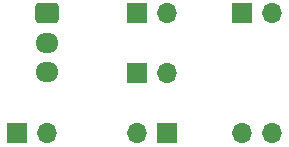
<source format=gbr>
%TF.GenerationSoftware,KiCad,Pcbnew,7.0.1*%
%TF.CreationDate,2025-05-23T00:35:03+09:00*%
%TF.ProjectId,independent_steering,696e6465-7065-46e6-9465-6e745f737465,rev?*%
%TF.SameCoordinates,Original*%
%TF.FileFunction,Copper,L2,Bot*%
%TF.FilePolarity,Positive*%
%FSLAX46Y46*%
G04 Gerber Fmt 4.6, Leading zero omitted, Abs format (unit mm)*
G04 Created by KiCad (PCBNEW 7.0.1) date 2025-05-23 00:35:03*
%MOMM*%
%LPD*%
G01*
G04 APERTURE LIST*
G04 Aperture macros list*
%AMRoundRect*
0 Rectangle with rounded corners*
0 $1 Rounding radius*
0 $2 $3 $4 $5 $6 $7 $8 $9 X,Y pos of 4 corners*
0 Add a 4 corners polygon primitive as box body*
4,1,4,$2,$3,$4,$5,$6,$7,$8,$9,$2,$3,0*
0 Add four circle primitives for the rounded corners*
1,1,$1+$1,$2,$3*
1,1,$1+$1,$4,$5*
1,1,$1+$1,$6,$7*
1,1,$1+$1,$8,$9*
0 Add four rect primitives between the rounded corners*
20,1,$1+$1,$2,$3,$4,$5,0*
20,1,$1+$1,$4,$5,$6,$7,0*
20,1,$1+$1,$6,$7,$8,$9,0*
20,1,$1+$1,$8,$9,$2,$3,0*%
G04 Aperture macros list end*
%TA.AperFunction,ComponentPad*%
%ADD10RoundRect,0.250000X-0.725000X0.600000X-0.725000X-0.600000X0.725000X-0.600000X0.725000X0.600000X0*%
%TD*%
%TA.AperFunction,ComponentPad*%
%ADD11O,1.950000X1.700000*%
%TD*%
%TA.AperFunction,ComponentPad*%
%ADD12R,1.700000X1.700000*%
%TD*%
%TA.AperFunction,ComponentPad*%
%ADD13O,1.700000X1.700000*%
%TD*%
G04 APERTURE END LIST*
D10*
%TO.P,J1,1,Pin_1*%
%TO.N,+5V*%
X124460000Y-86360000D03*
D11*
%TO.P,J1,2,Pin_2*%
%TO.N,GND*%
X124460000Y-88860000D03*
%TO.P,J1,3,Pin_3*%
%TO.N,OUT*%
X124460000Y-91360000D03*
%TD*%
D12*
%TO.P,R3,1*%
%TO.N,Net-(U1-E)*%
X134620000Y-96520000D03*
D13*
%TO.P,R3,2*%
%TO.N,Net-(D1-A)*%
X132080000Y-96520000D03*
%TD*%
D12*
%TO.P,R2,1*%
%TO.N,OUT*%
X132080000Y-91440000D03*
D13*
%TO.P,R2,2*%
%TO.N,+5V*%
X134620000Y-91440000D03*
%TD*%
D12*
%TO.P,R1,1*%
%TO.N,+5V*%
X132080000Y-86360000D03*
D13*
%TO.P,R1,2*%
%TO.N,Net-(U1-A)*%
X134620000Y-86360000D03*
%TD*%
D12*
%TO.P,D1,1,K*%
%TO.N,GND*%
X121920000Y-96520000D03*
D13*
%TO.P,D1,2,A*%
%TO.N,Net-(D1-A)*%
X124460000Y-96520000D03*
%TD*%
%TO.P,U1,4,E*%
%TO.N,Net-(U1-E)*%
X140965000Y-96525000D03*
%TO.P,U1,3,C*%
%TO.N,OUT*%
X143505000Y-96525000D03*
%TO.P,U1,2,K*%
%TO.N,GND*%
X143505000Y-86365000D03*
D12*
%TO.P,U1,1,A*%
%TO.N,Net-(U1-A)*%
X140965000Y-86365000D03*
%TD*%
M02*

</source>
